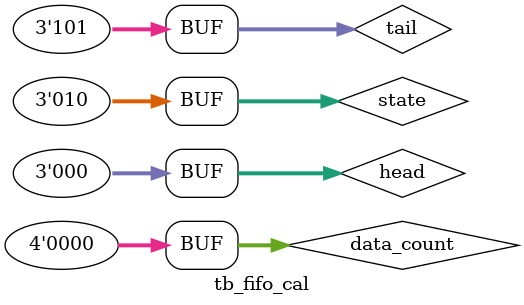
<source format=v>
`timescale 1ns/100ps

module tb_fifo_cal;
	reg[2:0] state, head, tail;
	reg[3:0] data_count;
	wire we, re;
	wire[2:0] next_head, next_tail;
	wire[3:0] next_data_count;
	
	fifo_cal temp(state, head, tail, data_count, we, re, next_head, next_tail, next_data_count);
	
	initial begin
		head=3'b000;
		tail=3'b000;
		state=3'b001;//Write
		data_count=4'b0000;
		#10;
		
		tail=3'b001;
		data_count=4'b0001;
		#10;
		
		tail=3'b101;
		data_count=4'b1000;//Full
		#10;
		
		state=3'b010;//Read
		#10;
		
		data_count=4'b0000;//Empty
		#10;
	end
	
endmodule

</source>
